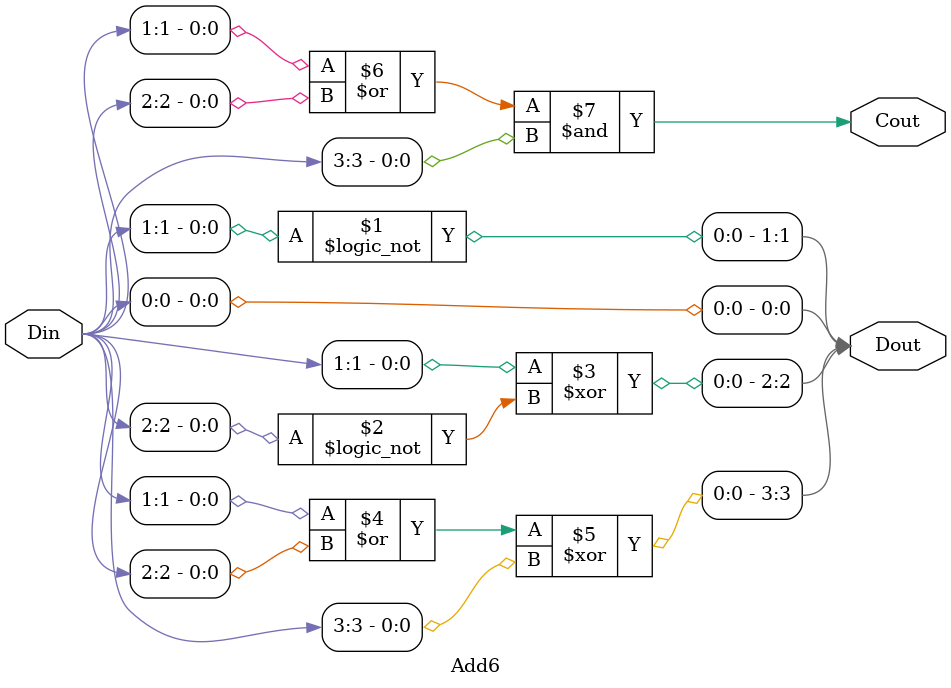
<source format=v>
module Add6(Din, Dout, Cout);
input[3:0] Din;
output[3:0] Dout;
output Cout;

assign Dout[0] = Din[0];
assign Dout[1] = !Din[1];
assign Dout[2] = (Din[1])^(!Din[2]);
assign Dout[3] = (Din[1] | Din[2])^(Din[3]);

assign Cout = (Din[1] | Din[2]) & Din[3];

endmodule
</source>
